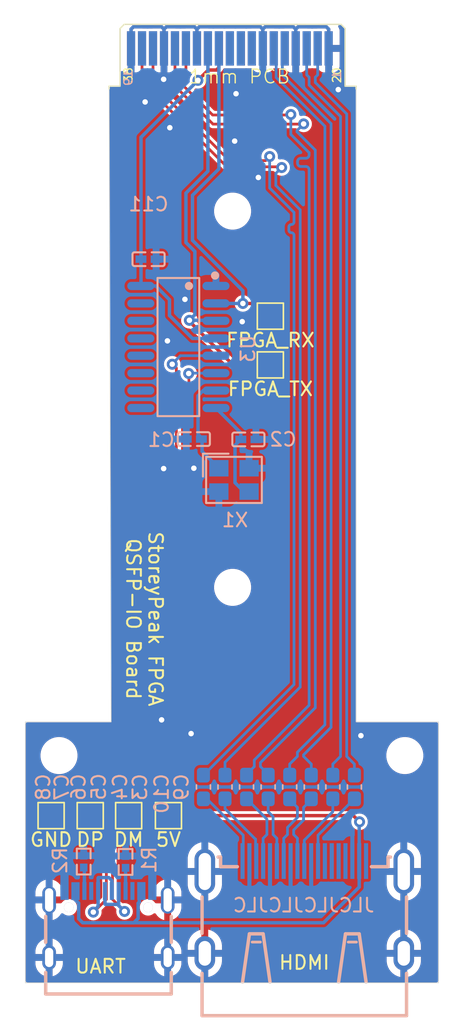
<source format=kicad_pcb>
(kicad_pcb (version 20240108) (generator "pcbnew") (generator_version "8.0")
  (layers (0 "F.Cu" signal) (31 "B.Cu" signal) (34 "B.Paste" user) (35 "F.Paste" user) (36 "B.SilkS" user "B.Silkscreen") (37 "F.SilkS" user "F.Silkscreen") (38 "B.Mask" user) (39 "F.Mask" user) (44 "Edge.Cuts" user))
  (net 0 "")
  (net 1 "GND")
  (net 2 "+5V")
  (net 3 "/HDMI_D0-")
  (net 4 "/HDMI_D0+")
  (net 5 "/HDMI_D1-")
  (net 6 "/HDMI_D1+")
  (net 7 "/HDMI_D2-")
  (net 8 "/HDMI_D2+")
  (net 9 "/HDMI_CLK-")
  (net 10 "/HDMI_CLK+")
  (net 11 "QSFP_D0-")
  (net 12 "QSFP_D0+")
  (net 13 "QSFP_D1-")
  (net 14 "QSFP_D1+")
  (net 15 "QSFP_D2+")
  (net 16 "QSFP_D2-")
  (net 17 "QSFP_CLK-")
  (net 18 "QSFP_CLK+")
  (net 21 "FPGA_RX")
  (net 27 "FPGA_TX")
  (net 41 "/USB_D+")
  (net 42 "+3V3")
  (net 43 "Net-(USB1-CC1)")
  (net 44 "Net-(USB1-CC2)")
  (net 54 "/USB_D-")
  (net 55 "Net-(U3-XI)")
  (net 56 "Net-(U3-XO)")
  (footprint "TestPoint:TestPoint_Pad_1.5x1.5mm" (layer "F.Cu") (at 164.75 88)
    (property "Reference" "TP4" (hide yes))
    (property "Value" "FPGA_TX")
  )
  (footprint "MountingHole:MountingHole_2.2mm_M2" (layer "F.Cu") (at 174.55 116.45)
    (property "Reference" "H3" (hide yes))
    (property "Value" "MountingHole" (hide yes))
  )
  (footprint "MountingHole:MountingHole_2.2mm_M2" (layer "F.Cu") (at 149.35 116.45)
    (property "Reference" "H4" (hide yes))
    (property "Value" "MountingHole" (hide yes))
  )
  (footprint "TestPoint:TestPoint_Pad_1.5x1.5mm" (layer "F.Cu") (at 164.75 84.45)
    (property "Reference" "TP3" (hide yes))
    (property "Value" "FPGA_RX")
  )
  (footprint "MountingHole:MountingHole_2.2mm_M2" (layer "F.Cu") (at 162 104.2)
    (property "Reference" "H1" (hide yes))
    (property "Value" "MountingHole" (hide yes))
  )
  (footprint "CarlosEDP_Lib:QSFP_PCB" (layer "F.Cu") (at 154.2 66.5)
    (property "Reference" "U1" (hide yes))
    (property "Value" "QSFP_PCB-QSFP" (hide yes))
  )
  (footprint "TestPoint:TestPoint_Pad_1.5x1.5mm" (layer "F.Cu") (at 154.425 120.825)
    (property "Reference" "TP6" (hide yes))
    (property "Value" "DM")
  )
  (footprint "TestPoint:TestPoint_Pad_1.5x1.5mm" (layer "F.Cu") (at 157.325 120.825)
    (property "Reference" "TP1" (hide yes))
    (property "Value" "5V")
  )
  (footprint "MountingHole:MountingHole_2.2mm_M2" (layer "F.Cu") (at 162 76.8)
    (property "Reference" "H2" (hide yes))
    (property "Value" "MountingHole" (hide yes))
  )
  (footprint "TestPoint:TestPoint_Pad_1.5x1.5mm" (layer "F.Cu") (at 148.775 120.825)
    (property "Reference" "TP2" (hide yes))
    (property "Value" "GND")
  )
  (footprint "TestPoint:TestPoint_Pad_1.5x1.5mm" (layer "F.Cu") (at 151.625 120.825)
    (property "Reference" "TP5" (hide yes))
    (property "Value" "DP")
  )
  (footprint "Capacitor_SMD:C_0603_1608Metric_Pad1.08x0.95mm_HandSolder" (layer "B.Cu") (at 166.160715 118.7375 -90)
    (property "Reference" "C4")
    (property "Value" "220n")
  )
  (footprint "Capacitor_SMD:C_0603_1608Metric_Pad1.08x0.95mm_HandSolder" (layer "B.Cu") (at 164.589287 118.7375 -90)
    (property "Reference" "C5")
    (property "Value" "220n")
  )
  (footprint "Capacitor_SMD:C_0603_1608Metric_Pad1.08x0.95mm_HandSolder" (layer "B.Cu") (at 170.875 118.7375 -90)
    (property "Reference" "C9")
    (property "Value" "220n")
  )
  (footprint "Capacitor_SMD:C_0603_1608Metric_Pad1.08x0.95mm_HandSolder" (layer "B.Cu") (at 169.303571 118.7375 -90)
    (property "Reference" "C10")
    (property "Value" "220n")
  )
  (footprint "Capacitor_SMD:C_0603_1608Metric_Pad1.08x0.95mm_HandSolder" (layer "B.Cu") (at 161.446431 118.7375 -90)
    (property "Reference" "C7")
    (property "Value" "220n")
  )
  (footprint "Capacitor_SMD:C_0603_1608Metric_Pad1.08x0.95mm_HandSolder" (layer "B.Cu") (at 159.875003 118.7375 -90)
    (property "Reference" "C8")
    (property "Value" "220n")
  )
  (footprint "Capacitor_SMD:C_0603_1608Metric_Pad1.08x0.95mm_HandSolder" (layer "B.Cu") (at 167.732143 118.7375 -90)
    (property "Reference" "C3")
    (property "Value" "220n")
  )
  (footprint "Capacitor_SMD:C_0603_1608Metric_Pad1.08x0.95mm_HandSolder" (layer "B.Cu") (at 163.017859 118.7375 -90)
    (property "Reference" "C6")
    (property "Value" "220n")
  )
  (footprint "easyeda2kicad:HDMI-SMD_HD-A-05H9192N" (layer "B.Cu") (at 167.225 127.4925 180)
    (property "Reference" "HDMI1" (hide yes))
    (property "Value" "HD-A-05H9191N")
  )
  (footprint "easyeda2kicad:C0402" (layer "B.Cu") (at 163.15 93.425 180)
    (property "Reference" "C2")
    (property "Value" "0402CG200J500NT")
  )
  (footprint "easyeda2kicad:R0402" (layer "B.Cu") (at 151.15 124.17 -90)
    (property "Reference" "R2")
    (property "Value" "0402WGF5101TCE")
  )
  (footprint "easyeda2kicad:C0402" (layer "B.Cu") (at 159.175 93.4)
    (property "Reference" "C1")
    (property "Value" "0402CG200J500NT")
  )
  (footprint "easyeda2kicad:C0402" (layer "B.Cu") (at 155.875 80.3 180)
    (property "Reference" "C11")
    (property "Value" "0402B102K500NT")
  )
  (footprint "easyeda2kicad:CRYSTAL-SMD_4P-L3.2-W2.5-BL" (layer "B.Cu") (at 162.1 96.375)
    (property "Reference" "X1")
    (property "Value" "X322512MSB4SI")
  )
  (footprint "easyeda2kicad:R0402" (layer "B.Cu") (at 154.2 124.195 -90)
    (property "Reference" "R1")
    (property "Value" "0402WGF5101TCE")
  )
  (footprint "easyeda2kicad:SOIC-16_L9.9-W3.9-P1.27-LS6.0-BL" (layer "B.Cu") (at 158.05 86.7 -90)
    (property "Reference" "U3")
    (property "Value" "CH340G")
  )
  (footprint "easyeda2kicad:USB-C-SMD_KH-TYPE-C-16P" (layer "B.Cu") (at 152.95 128.7325 180)
    (property "Reference" "USB1" (hide yes))
    (property "Value" "KH-TYPE-C-16P-T")
  )
  (gr_poly (pts (xy 153.15 114) (xy 153 67.7) (xy 153.8 67.7) (xy 153.8 63.5) (xy 154.1 63.2) (xy 169.9 63.2) (xy 170.2 63.5) (xy 170.225 67.7) (xy 171 67.7) (xy 171 114) (xy 177 114) (xy 177 133) (xy 146.9 133) (xy 146.9 114)) (stroke (width 0.05)) (fill none) (layer "Edge.Cuts"))
  (gr_text "JLCJLCJLCJLC" (at 167.175 127.35 0) (layer "B.SilkS") (effects (font (size 1 1)) (justify mirror)))
  (gr_text "StoreyPeak FPGA\nQSFP-IO Board" (at 155.575 106.5 -90) (layer "F.SilkS") (effects (font (size 1 1))))
  (gr_text "HDMI" (at 167.225 131.525 0) (layer "F.SilkS") (effects (font (size 1 1))))
  (gr_text "UART" (at 152.375 131.8 0) (layer "F.SilkS") (effects (font (size 1 1))))
  (gr_text "1mm PCB" (at 162.5 67 0) (layer "F.SilkS") (effects (font (size 1 1) (thickness 0.1))))
  (segment (start 168.825 63.375) (end 166.775 63.375) (width 0.25) (layer "F.Cu") (net 1))
  (segment (start 169 63.55) (end 168.825 63.375) (width 0.25) (layer "F.Cu") (net 1))
  (segment (start 159.575 63.375) (end 159.4 63.55) (width 0.25) (layer "F.Cu") (net 1))
  (segment (start 164.375 63.375) (end 164.2 63.55) (width 0.25) (layer "F.Cu") (net 1))
  (segment (start 164.2 63.55) (end 164.025 63.375) (width 0.25) (layer "F.Cu") (net 1))
  (segment (start 157.175 63.375) (end 157 63.55) (width 0.25) (layer "F.Cu") (net 1))
  (segment (start 159.4 63.55) (end 159.225 63.375) (width 0.25) (layer "F.Cu") (net 1))
  (segment (start 159.225 63.375) (end 157.175 63.375) (width 0.25) (layer "F.Cu") (net 1))
  (segment (start 157 64.9) (end 157 63.55) (width 0.25) (layer "F.Cu") (net 1))
  (segment (start 169 64.9) (end 169 63.55) (width 0.25) (layer "F.Cu") (net 1))
  (segment (start 166.775 63.375) (end 166.6 63.55) (width 0.25) (layer "F.Cu") (net 1))
  (segment (start 154.775 63.375) (end 154.6 63.55) (width 0.25) (layer "F.Cu") (net 1))
  (segment (start 166.6 63.55) (end 166.425 63.375) (width 0.25) (layer "F.Cu") (net 1))
  (segment (start 157 63.55) (end 156.825 63.375) (width 0.25) (layer "F.Cu") (net 1))
  (segment (start 156.825 63.375) (end 154.775 63.375) (width 0.25) (layer "F.Cu") (net 1))
  (segment (start 159.4 64.9) (end 159.4 63.55) (width 0.25) (layer "F.Cu") (net 1))
  (segment (start 166.425 63.375) (end 164.375 63.375) (width 0.25) (layer "F.Cu") (net 1))
  (segment (start 154.6 63.55) (end 154.6 64.9) (width 0.25) (layer "F.Cu") (net 1))
  (segment (start 164.2 64.9) (end 164.2 63.55) (width 0.25) (layer "F.Cu") (net 1))
  (segment (start 164.025 63.375) (end 159.575 63.375) (width 0.25) (layer "F.Cu") (net 1))
  (segment (start 166.6 64.9) (end 166.6 63.55) (width 0.25) (layer "F.Cu") (net 1))
  (via (at 158.975 114.85) (size 0.8) (drill 0.4) (layers "F.Cu" "B.Cu") (net 1))
  (via (at 157.25 86.25) (size 0.8) (drill 0.4) (layers "F.Cu" "B.Cu") (net 1))
  (via (at 159.175 95.525) (size 0.8) (drill 0.4) (layers "F.Cu" "B.Cu") (net 1))
  (via (at 162.7 84.85) (size 0.8) (drill 0.4) (layers "F.Cu" "B.Cu") (net 1))
  (via (at 171.35 115) (size 0.8) (drill 0.4) (layers "F.Cu" "B.Cu") (net 1))
  (via (at 157.425 70.725) (size 0.8) (drill 0.4) (layers "F.Cu" "B.Cu") (net 1))
  (via (at 162.25 68.25) (size 0.8) (drill 0.4) (layers "F.Cu" "B.Cu") (net 1))
  (via (at 155.625 68.85) (size 0.8) (drill 0.4) (layers "F.Cu" "B.Cu") (net 1))
  (via (at 163.875 74.35) (size 0.8) (drill 0.4) (layers "F.Cu" "B.Cu") (net 1))
  (via (at 162.15 71.7) (size 0.8) (drill 0.4) (layers "F.Cu" "B.Cu") (net 1))
  (via (at 169.7 67.95) (size 0.8) (drill 0.4) (layers "F.Cu" "B.Cu") (net 1))
  (via (at 158.525 83.225) (size 0.8) (drill 0.4) (layers "F.Cu" "B.Cu") (net 1))
  (via (at 156.975 95.55) (size 0.8) (drill 0.4) (layers "F.Cu" "B.Cu") (net 1))
  (via (at 156.975 67.2) (size 0.8) (drill 0.4) (layers "F.Cu" "B.Cu") (net 1))
  (via (at 156.825 113.85) (size 0.8) (drill 0.4) (layers "F.Cu" "B.Cu") (net 1))
  (segment (start 166.6 63.55) (end 166.775 63.375) (width 0.25) (layer "B.Cu") (net 1))
  (segment (start 157.175 63.375) (end 157 63.55) (width 0.25) (layer "B.Cu") (net 1))
  (segment (start 159.225 63.375) (end 157.175 63.375) (width 0.25) (layer "B.Cu") (net 1))
  (segment (start 164.025 63.375) (end 159.575 63.375) (width 0.25) (layer "B.Cu") (net 1))
  (segment (start 157 65) (end 157 63.55) (width 0.25) (layer "B.Cu") (net 1))
  (segment (start 154.775 63.375) (end 154.6 63.55) (width 0.25) (layer "B.Cu") (net 1))
  (segment (start 166.775 63.375) (end 168.825 63.375) (width 0.25) (layer "B.Cu") (net 1))
  (segment (start 164.2 65) (end 164.025 64.825) (width 0.25) (layer "B.Cu") (net 1))
  (segment (start 168.825 63.375) (end 169 63.55) (width 0.25) (layer "B.Cu") (net 1))
  (segment (start 164.2 63.55) (end 164.025 63.375) (width 0.25) (layer "B.Cu") (net 1))
  (segment (start 156.825 63.375) (end 154.775 63.375) (width 0.25) (layer "B.Cu") (net 1))
  (segment (start 154.6 66.35) (end 154.6 65) (width 0.25) (layer "B.Cu") (net 1))
  (segment (start 164.2 65) (end 164.2 63.55) (width 0.25) (layer "B.Cu") (net 1))
  (segment (start 159.575 63.375) (end 159.4 63.55) (width 0.25) (layer "B.Cu") (net 1))
  (segment (start 157 63.55) (end 156.825 63.375) (width 0.25) (layer "B.Cu") (net 1))
  (segment (start 166.6 65) (end 166.6 63.55) (width 0.25) (layer "B.Cu") (net 1))
  (segment (start 159.4 63.55) (end 159.225 63.375) (width 0.25) (layer "B.Cu") (net 1))
  (segment (start 159.4 65) (end 159.4 63.55) (width 0.25) (layer "B.Cu") (net 1))
  (segment (start 169 63.55) (end 169 65) (width 0.25) (layer "B.Cu") (net 1))
  (segment (start 164.375 63.375) (end 164.2 63.55) (width 0.25) (layer "B.Cu") (net 1))
  (segment (start 166.425 63.375) (end 164.375 63.375) (width 0.25) (layer "B.Cu") (net 1))
  (segment (start 166.6 63.55) (end 166.425 63.375) (width 0.25) (layer "B.Cu") (net 1))
  (segment (start 154.6 63.55) (end 154.6 65) (width 0.25) (layer "B.Cu") (net 1))
  (segment (start 171.25 121.25) (end 171.25 121.275) (width 0.25) (layer "F.Cu") (net 2))
  (segment (start 171.25 121.275) (end 171.25 121.3) (width 0.25) (layer "F.Cu") (net 2))
  (segment (start 170.8 120.825) (end 157.325 120.825) (width 0.25) (layer "F.Cu") (net 2))
  (segment (start 171.25 121.3) (end 171.3 121.3) (width 0.25) (layer "F.Cu") (net 2))
  (segment (start 171.3 121.3) (end 171.25 121.25) (width 0.25) (layer "F.Cu") (net 2))
  (segment (start 171.25 121.275) (end 170.8 120.825) (width 0.25) (layer "F.Cu") (net 2))
  (via (at 171.25 121.275) (size 0.8) (drill 0.4) (layers "F.Cu" "B.Cu") (net 2))
  (segment (start 171.25 121.3) (end 171.225 121.325) (width 0.25) (layer "B.Cu") (net 2))
  (segment (start 155.115 127.202195) (end 155.2 127.117195) (width 0.25) (layer "B.Cu") (net 2))
  (segment (start 154.8 128.625) (end 155.115 128.31) (width 0.25) (layer "B.Cu") (net 2))
  (segment (start 154.1 128.625) (end 154.8 128.625) (width 0.25) (layer "B.Cu") (net 2))
  (segment (start 168.625 128.625) (end 171.225 126.025) (width 0.25) (layer "B.Cu") (net 2))
  (segment (start 171.225 121.325) (end 171.225 124.1325) (width 0.25) (layer "B.Cu") (net 2))
  (segment (start 150.4 126.817195) (end 150.785 127.202195) (width 0.25) (layer "B.Cu") (net 2))
  (segment (start 150.785 127.202195) (end 150.785 128.335) (width 0.25) (layer "B.Cu") (net 2))
  (segment (start 155.115 128.31) (end 155.115 127.202195) (width 0.25) (layer "B.Cu") (net 2))
  (segment (start 151.075 128.625) (end 154.1 128.625) (width 0.25) (layer "B.Cu") (net 2))
  (segment (start 150.4 126.3225) (end 150.4 126.817195) (width 0.25) (layer "B.Cu") (net 2))
  (segment (start 171.225 126.025) (end 171.225 124.425) (width 0.25) (layer "B.Cu") (net 2))
  (segment (start 154.1 128.625) (end 168.625 128.625) (width 0.25) (layer "B.Cu") (net 2))
  (segment (start 150.785 128.335) (end 151.075 128.625) (width 0.25) (layer "B.Cu") (net 2))
  (segment (start 155.2 127.117195) (end 155.2 126.3125) (width 0.25) (layer "B.Cu") (net 2))
  (segment (start 167.732143 119.6625) (end 167.171429 120.223214) (width 0.2) (layer "B.Cu") (net 3))
  (segment (start 167.171429 120.223214) (end 167.171429 121.146771) (width 0.2) (layer "B.Cu") (net 3))
  (segment (start 167.732143 119.6) (end 167.732143 119.6625) (width 0.2) (layer "B.Cu") (net 3))
  (segment (start 167.171429 121.146771) (end 166.45 121.8682) (width 0.2) (layer "B.Cu") (net 3))
  (segment (start 166.45 122.199999) (end 166.725 122.474999) (width 0.2) (layer "B.Cu") (net 3))
  (segment (start 166.45 121.8682) (end 166.45 122.199999) (width 0.2) (layer "B.Cu") (net 3))
  (segment (start 166.725 122.474999) (end 166.725 124.425) (width 0.2) (layer "B.Cu") (net 3))
  (segment (start 166.675 124.375) (end 166.725 124.425) (width 0.2) (layer "B.Cu") (net 3))
  (segment (start 166.721429 120.223214) (end 166.721429 120.960371) (width 0.2) (layer "B.Cu") (net 4))
  (segment (start 166 122.199999) (end 165.725 122.474999) (width 0.2) (layer "B.Cu") (net 4))
  (segment (start 166 121.6818) (end 166 122.199999) (width 0.2) (layer "B.Cu") (net 4))
  (segment (start 166.160715 119.6) (end 166.160715 119.6625) (width 0.2) (layer "B.Cu") (net 4))
  (segment (start 166.160715 119.6625) (end 166.721429 120.223214) (width 0.2) (layer "B.Cu") (net 4))
  (segment (start 165.725 122.474999) (end 165.725 124.425) (width 0.2) (layer "B.Cu") (net 4))
  (segment (start 165.725 124.061397) (end 165.725 124.425) (width 0.2) (layer "B.Cu") (net 4))
  (segment (start 166.721429 120.960371) (end 166 121.6818) (width 0.2) (layer "B.Cu") (net 4))
  (segment (start 165.175 124.375) (end 165.225 124.425) (width 0.2) (layer "B.Cu") (net 5))
  (segment (start 164.95 122.199999) (end 164.95 120.895744) (width 0.2) (layer "B.Cu") (net 5))
  (segment (start 164.95 120.895744) (end 164.589287 120.535031) (width 0.2) (layer "B.Cu") (net 5))
  (segment (start 165.225 122.474999) (end 164.95 122.199999) (width 0.2) (layer "B.Cu") (net 5))
  (segment (start 165.225 124.425) (end 165.225 122.474999) (width 0.2) (layer "B.Cu") (net 5))
  (segment (start 164.589287 120.535031) (end 164.589287 119.6) (width 0.2) (layer "B.Cu") (net 5))
  (segment (start 164.5 121.082141) (end 163.017859 119.6) (width 0.2) (layer "B.Cu") (net 6))
  (segment (start 164.225 122.474999) (end 164.5 122.199999) (width 0.2) (layer "B.Cu") (net 6))
  (segment (start 164.5 122.199999) (end 164.5 121.082141) (width 0.2) (layer "B.Cu") (net 6))
  (segment (start 164.225 124.425) (end 164.225 122.474999) (width 0.2) (layer "B.Cu") (net 6))
  (segment (start 163.675 124.0825) (end 163.725 124.1325) (width 0.2) (layer "B.Cu") (net 7))
  (segment (start 161.446431 119.6) (end 161.446431 120.321431) (width 0.2) (layer "B.Cu") (net 7))
  (segment (start 161.446431 120.321431) (end 163.6575 122.5325) (width 0.2) (layer "B.Cu") (net 7))
  (segment (start 163.675 122.5325) (end 163.675 124.0825) (width 0.2) (layer "B.Cu") (net 7))
  (segment (start 163.6575 122.5325) (end 163.675 122.5325) (width 0.2) (layer "B.Cu") (net 7))
  (segment (start 162.725 124.425) (end 162.725 123.275) (width 0.2) (layer "B.Cu") (net 8))
  (segment (start 162.775 122.25) (end 162.775 124.0825) (width 0.2) (layer "B.Cu") (net 8))
  (segment (start 159.875003 119.6) (end 160.125 119.6) (width 0.2) (layer "B.Cu") (net 8))
  (segment (start 162.775 124.0825) (end 162.725 124.1325) (width 0.2) (layer "B.Cu") (net 8))
  (segment (start 160.125 119.6) (end 162.775 122.25) (width 0.2) (layer "B.Cu") (net 8))
  (segment (start 170.875 119.6) (end 168.225 122.25) (width 0.2) (layer "B.Cu") (net 9))
  (segment (start 168.225 122.25) (end 168.225 124.1325) (width 0.2) (layer "B.Cu") (net 9))
  (segment (start 169.303571 119.6) (end 169.303571 120.535032) (width 0.2) (layer "B.Cu") (net 10))
  (segment (start 169.303571 120.535032) (end 167.225 122.613603) (width 0.2) (layer "B.Cu") (net 10))
  (segment (start 167.225 122.613603) (end 167.225 124.1325) (width 0.2) (layer "B.Cu") (net 10))
  (segment (start 165.625 66.125) (end 165.8 65.95) (width 0.2) (layer "B.Cu") (net 11))
  (segment (start 169.175 114.3932) (end 169.175 70.4318) (width 0.2) (layer "B.Cu") (net 11))
  (segment (start 165.8 65.95) (end 165.8 65) (width 0.2) (layer "B.Cu") (net 11))
  (segment (start 167.732143 117.068749) (end 167.171429 116.508035) (width 0.2) (layer "B.Cu") (net 11))
  (segment (start 167.732143 117.8125) (end 167.732143 117.875) (width 0.2) (layer "B.Cu") (net 11))
  (segment (start 165.625 66.8818) (end 165.625 66.125) (width 0.2) (layer "B.Cu") (net 11))
  (segment (start 167.171429 116.396771) (end 169.175 114.3932) (width 0.2) (layer "B.Cu") (net 11))
  (segment (start 169.175 70.4318) (end 165.625 66.8818) (width 0.2) (layer "B.Cu") (net 11))
  (segment (start 167.732143 117.875) (end 167.732143 117.068749) (width 0.2) (layer "B.Cu") (net 11))
  (segment (start 167.171429 116.508035) (end 167.171429 116.396771) (width 0.2) (layer "B.Cu") (net 11))
  (segment (start 165 65) (end 165 65.95) (width 0.2) (layer "B.Cu") (net 12))
  (segment (start 166.160715 117.068749) (end 166.160715 117.875) (width 0.2) (layer "B.Cu") (net 12))
  (segment (start 168.725 70.6182) (end 168.725 114.2068) (width 0.2) (layer "B.Cu") (net 12))
  (segment (start 166.721429 116.210371) (end 166.721429 116.508035) (width 0.2) (layer "B.Cu") (net 12))
  (segment (start 165.175 66.125) (end 165.175 67.0682) (width 0.2) (layer "B.Cu") (net 12))
  (segment (start 166.721429 116.508035) (end 166.160715 117.068749) (width 0.2) (layer "B.Cu") (net 12))
  (segment (start 168.725 114.2068) (end 166.721429 116.210371) (width 0.2) (layer "B.Cu") (net 12))
  (segment (start 166.508709 68.401909) (end 168.725 70.6182) (width 0.2) (layer "B.Cu") (net 12))
  (segment (start 166.506254 68.399454) (end 166.508709 68.401909) (width 0.2) (layer "B.Cu") (net 12))
  (segment (start 165 65.95) (end 165.175 66.125) (width 0.2) (layer "B.Cu") (net 12))
  (segment (start 165.175 67.0682) (end 166.506254 68.399454) (width 0.2) (layer "B.Cu") (net 12))
  (segment (start 166.8507 70.463998) (end 162.927588 70.463998) (width 0.2) (layer "F.Cu") (net 13))
  (segment (start 167.175 70.45) (end 166.864698 70.45) (width 0.2) (layer "F.Cu") (net 13))
  (segment (start 160.570798 70.463998) (end 157.8 67.6932) (width 0.2) (layer "F.Cu") (net 13))
  (segment (start 166.864698 70.45) (end 166.8507 70.463998) (width 0.2) (layer "F.Cu") (net 13))
  (segment (start 162.927588 70.463998) (end 162.922677 70.463998) (width 0.2) (layer "F.Cu") (net 13))
  (segment (start 157.8 67.6932) (end 157.8 64.9) (width 0.2) (layer "F.Cu") (net 13))
  (segment (start 162.922677 70.463998) (end 160.570798 70.463998) (width 0.2) (layer "F.Cu") (net 13))
  (via (at 167.175 70.45) (size 0.8) (drill 0.4) (layers "F.Cu" "B.Cu") (net 13))
  (segment (start 164.589287 117.8125) (end 164.028573 117.251786) (width 0.2) (layer "B.Cu") (net 13))
  (segment (start 164.028573 116.964627) (end 168.025 112.9682) (width 0.2) (layer "B.Cu") (net 13))
  (segment (start 168.025 72.3568) (end 166.6932 71.025) (width 0.2) (layer "B.Cu") (net 13))
  (segment (start 166.6932 70.9318) (end 167.175 70.45) (width 0.2) (layer "B.Cu") (net 13))
  (segment (start 168.025 112.9682) (end 168.025 112.072279) (width 0.2) (layer "B.Cu") (net 13))
  (segment (start 168.025 112.072279) (end 168.025 112.064913) (width 0.2) (layer "B.Cu") (net 13))
  (segment (start 166.6932 71.025) (end 166.6932 70.9318) (width 0.2) (layer "B.Cu") (net 13))
  (segment (start 168.025 112.064913) (end 168.025 72.3568) (width 0.2) (layer "B.Cu") (net 13))
  (segment (start 164.028573 117.251786) (end 164.028573 116.964627) (width 0.2) (layer "B.Cu") (net 13))
  (segment (start 164.589287 117.875) (end 164.589287 117.8125) (width 0.2) (layer "B.Cu") (net 13))
  (segment (start 160.968529 69.8) (end 160.5432 69.8) (width 0.2) (layer "F.Cu") (net 14))
  (segment (start 164.603768 69.8) (end 164.228089 69.8) (width 0.2) (layer "F.Cu") (net 14))
  (segment (start 158.6 66.775001) (end 158.6 64.9) (width 0.2) (layer "F.Cu") (net 14))
  (segment (start 160.376423 69.633223) (end 158.425 67.6818) (width 0.2) (layer "F.Cu") (net 14))
  (segment (start 164.228089 69.8) (end 162.94232 69.8) (width 0.2) (layer "F.Cu") (net 14))
  (segment (start 166.243199 69.763998) (end 166.207197 69.8) (width 0.2) (layer "F.Cu") (net 14))
  (segment (start 160.968529 69.8) (end 162.460192 69.8) (width 0.2) (layer "F.Cu") (net 14))
  (segment (start 166.207197 69.8) (end 164.603768 69.8) (width 0.2) (layer "F.Cu") (net 14))
  (segment (start 158.425 67.6818) (end 158.425 66.950001) (width 0.2) (layer "F.Cu") (net 14))
  (segment (start 162.460192 69.8) (end 162.937409 69.8) (width 0.2) (layer "F.Cu") (net 14))
  (segment (start 160.5432 69.8) (end 160.376423 69.633223) (width 0.2) (layer "F.Cu") (net 14))
  (segment (start 162.94232 69.8) (end 162.937409 69.8) (width 0.2) (layer "F.Cu") (net 14))
  (segment (start 158.425 66.950001) (end 158.6 66.775001) (width 0.2) (layer "F.Cu") (net 14))
  (via (at 166.243199 69.763998) (size 0.8) (drill 0.4) (layers "F.Cu" "B.Cu") (net 14))
  (segment (start 167.575 112.7818) (end 163.578573 116.778227) (width 0.2) (layer "B.Cu") (net 14))
  (segment (start 166.733741 73.189504) (end 166.733741 73.309504) (width 0.2) (layer "B.Cu") (net 14))
  (segment (start 163.017859 117.8125) (end 163.017859 117.875) (width 0.2) (layer "B.Cu") (net 14))
  (segment (start 167.575 73.909504) (end 167.575 93.593608) (width 0.2) (layer "B.Cu") (net 14))
  (segment (start 163.578573 117.251786) (end 163.017859 117.8125) (width 0.2) (layer "B.Cu") (net 14))
  (segment (start 167.335 72.949504) (end 166.973741 72.949504) (width 0.2) (layer "B.Cu") (net 14))
  (segment (start 167.575 73.789504) (end 167.575 73.909504) (width 0.2) (layer "B.Cu") (net 14))
  (segment (start 166.243199 69.763998) (end 166.243199 71.211399) (width 0.2) (layer "B.Cu") (net 14))
  (segment (start 167.575 93.593608) (end 167.575 112.7818) (width 0.2) (layer "B.Cu") (net 14))
  (segment (start 167.575 72.5432) (end 167.575 72.709504) (width 0.2) (layer "B.Cu") (net 14))
  (segment (start 166.973741 73.549504) (end 167.335 73.549504) (width 0.2) (layer "B.Cu") (net 14))
  (segment (start 166.243199 71.211399) (end 166.741578 71.709778) (width 0.2) (layer "B.Cu") (net 14))
  (segment (start 163.578573 116.778227) (end 163.578573 117.251786) (width 0.2) (layer "B.Cu") (net 14))
  (segment (start 166.741578 71.709778) (end 167.089633 72.057833) (width 0.2) (layer "B.Cu") (net 14))
  (segment (start 167.089633 72.057833) (end 167.575 72.5432) (width 0.2) (layer "B.Cu") (net 14))
  (arc (start 167.575 72.709504) (mid 167.504706 72.87921) (end 167.335 72.949504) (width 0.2) (layer "B.Cu") (net 14))
  (arc (start 166.733741 73.309504) (mid 166.804035 73.47921) (end 166.973741 73.549504) (width 0.2) (layer "B.Cu") (net 14))
  (arc (start 167.335 73.549504) (mid 167.504706 73.619798) (end 167.575 73.789504) (width 0.2) (layer "B.Cu") (net 14))
  (arc (start 166.973741 72.949504) (mid 166.804035 73.019798) (end 166.733741 73.189504) (width 0.2) (layer "B.Cu") (net 14))
  (segment (start 156.025 67.3818) (end 161.767198 73.123998) (width 0.2) (layer "F.Cu") (net 15))
  (segment (start 161.767198 73.123998) (end 164.401002 73.123998) (width 0.2) (layer "F.Cu") (net 15))
  (segment (start 156.2 66.775001) (end 156.025 66.950001) (width 0.2) (layer "F.Cu") (net 15))
  (segment (start 156.2 64.9) (end 156.2 66.775001) (width 0.2) (layer "F.Cu") (net 15))
  (segment (start 156.025 66.950001) (end 156.025 67.3818) (width 0.2) (layer "F.Cu") (net 15))
  (segment (start 164.401002 73.123998) (end 164.7 72.825) (width 0.2) (layer "F.Cu") (net 15))
  (via (at 164.7 72.825) (size 0.8) (drill 0.4) (layers "F.Cu" "B.Cu") (net 15))
  (segment (start 166.475 111.275003) (end 159.875003 117.875) (width 0.2) (layer "B.Cu") (net 15))
  (segment (start 164.7 72.825) (end 164.7 73.95) (width 0.2) (layer "B.Cu") (net 15))
  (segment (start 166.475 81.55) (end 166.475 111.275003) (width 0.2) (layer "B.Cu") (net 15))
  (segment (start 166.475 76.8932) (end 166.475 77.585105) (width 0.2) (layer "B.Cu") (net 15))
  (segment (start 166.098854 77.961251) (end 166.098854 78.185105) (width 0.2) (layer "B.Cu") (net 15))
  (segment (start 165.60867 76.02687) (end 166.475 76.8932) (width 0.2) (layer "B.Cu") (net 15))
  (segment (start 164.785492 75.203692) (end 165.603145 76.021345) (width 0.2) (layer "B.Cu") (net 15))
  (segment (start 164.7 73.95) (end 164.7 75.1182) (width 0.2) (layer "B.Cu") (net 15))
  (segment (start 166.475 78.561251) (end 166.475 78.785105) (width 0.2) (layer "B.Cu") (net 15))
  (segment (start 166.475 78.785105) (end 166.475 81.55) (width 0.2) (layer "B.Cu") (net 15))
  (segment (start 165.603145 76.021345) (end 165.60867 76.02687) (width 0.2) (layer "B.Cu") (net 15))
  (segment (start 164.7 75.1182) (end 164.785492 75.203692) (width 0.2) (layer "B.Cu") (net 15))
  (arc (start 166.098854 78.185105) (mid 166.153939 78.318093) (end 166.286927 78.373178) (width 0.2) (layer "B.Cu") (net 15))
  (arc (start 166.286927 77.773178) (mid 166.153939 77.828263) (end 166.098854 77.961251) (width 0.2) (layer "B.Cu") (net 15))
  (arc (start 166.286927 78.373178) (mid 166.419915 78.428263) (end 166.475 78.561251) (width 0.2) (layer "B.Cu") (net 15))
  (arc (start 166.475 77.585105) (mid 166.419915 77.718093) (end 166.286927 77.773178) (width 0.2) (layer "B.Cu") (net 15))
  (segment (start 165.523999 73.573999) (end 161.580799 73.573999) (width 0.2) (layer "F.Cu") (net 16))
  (segment (start 161.580799 73.573999) (end 155.575 67.5682) (width 0.2) (layer "F.Cu") (net 16))
  (segment (start 155.4 66.775001) (end 155.4 64.9) (width 0.2) (layer "F.Cu") (net 16))
  (segment (start 165.575 73.625) (end 165.523999 73.573999) (width 0.2) (layer "F.Cu") (net 16))
  (segment (start 155.575 66.950001) (end 155.4 66.775001) (width 0.2) (layer "F.Cu") (net 16))
  (segment (start 155.575 67.5682) (end 155.575 66.950001) (width 0.2) (layer "F.Cu") (net 16))
  (via (at 165.575 73.625) (size 0.8) (drill 0.4) (layers "F.Cu" "B.Cu") (net 16))
  (segment (start 161.446431 116.939969) (end 166.925 111.4614) (width 0.2) (layer "B.Cu") (net 16))
  (segment (start 161.446431 117.875) (end 161.446431 116.939969) (width 0.2) (layer "B.Cu") (net 16))
  (segment (start 165.150001 74.049999) (end 165.150001 74.931801) (width 0.2) (layer "B.Cu") (net 16))
  (segment (start 165.575 73.625) (end 165.150001 74.049999) (width 0.2) (layer "B.Cu") (net 16))
  (segment (start 166.925 76.7068) (end 165.921345 75.703145) (width 0.2) (layer "B.Cu") (net 16))
  (segment (start 165.921345 75.703145) (end 165.91582 75.69762) (width 0.2) (layer "B.Cu") (net 16))
  (segment (start 165.667209 75.449009) (end 165.755605 75.537405) (width 0.2) (layer "B.Cu") (net 16))
  (segment (start 165.755605 75.537405) (end 165.91582 75.69762) (width 0.2) (layer "B.Cu") (net 16))
  (segment (start 166.925 111.4614) (end 166.925 76.7068) (width 0.2) (layer "B.Cu") (net 16))
  (segment (start 165.150001 74.931801) (end 165.667209 75.449009) (width 0.2) (layer "B.Cu") (net 16))
  (segment (start 168.2 65) (end 168.2 66.875001) (width 0.2) (layer "B.Cu") (net 17))
  (segment (start 168.2 66.875001) (end 168.025 67.050001) (width 0.2) (layer "B.Cu") (net 17))
  (segment (start 168.025 67.050001) (end 168.025 67.4318) (width 0.2) (layer "B.Cu") (net 17))
  (segment (start 170.875 117.068749) (end 170.875 117.875) (width 0.2) (layer "B.Cu") (net 17))
  (segment (start 170.314285 69.721085) (end 170.314285 116.508034) (width 0.2) (layer "B.Cu") (net 17))
  (segment (start 170.314285 116.508034) (end 170.875 117.068749) (width 0.2) (layer "B.Cu") (net 17))
  (segment (start 168.025 67.4318) (end 170.314285 69.721085) (width 0.2) (layer "B.Cu") (net 17))
  (segment (start 167.937069 67.980269) (end 169.864286 69.907486) (width 0.2) (layer "B.Cu") (net 18))
  (segment (start 167.4 65) (end 167.4 66.875001) (width 0.2) (layer "B.Cu") (net 18))
  (segment (start 167.575 67.050001) (end 167.575 67.6182) (width 0.2) (layer "B.Cu") (net 18))
  (segment (start 167.723449 67.766649) (end 167.937069 67.980269) (width 0.2) (layer "B.Cu") (net 18))
  (segment (start 169.864286 116.508034) (end 169.303571 117.068749) (width 0.2) (layer "B.Cu") (net 18))
  (segment (start 167.4 66.875001) (end 167.575 67.050001) (width 0.2) (layer "B.Cu") (net 18))
  (segment (start 169.864286 69.907486) (end 169.864286 116.508034) (width 0.2) (layer "B.Cu") (net 18))
  (segment (start 167.575 67.6182) (end 167.723449 67.766649) (width 0.2) (layer "B.Cu") (net 18))
  (segment (start 169.303571 117.068749) (end 169.303571 117.875) (width 0.2) (layer "B.Cu") (net 18))
  (segment (start 162.75 83.5) (end 162.75 83.525) (width 0.25) (layer "F.Cu") (net 21))
  (segment (start 162.775 83.525) (end 162.75 83.5) (width 0.25) (layer "F.Cu") (net 21))
  (segment (start 162.75 83.525) (end 162.775 83.525) (width 0.25) (layer "F.Cu") (net 21))
  (segment (start 163.825 83.525) (end 164.75 84.45) (width 0.25) (layer "F.Cu") (net 21))
  (segment (start 162.75 83.525) (end 163.825 83.525) (width 0.25) (layer "F.Cu") (net 21))
  (via (at 162.75 83.525) (size 0.8) (drill 0.4) (layers "F.Cu" "B.Cu") (net 21))
  (segment (start 159.075 78.925) (end 162.75 82.6) (width 0.25) (layer "B.Cu") (net 21))
  (segment (start 159.075 75.65) (end 159.075 78.925) (width 0.25) (layer "B.Cu") (net 21))
  (segment (start 161 73.725) (end 159.075 75.65) (width 0.25) (layer "B.Cu") (net 21))
  (segment (start 161 65) (end 161 73.725) (width 0.25) (layer "B.Cu") (net 21))
  (segment (start 162.75 83.525) (end 160.795 83.525) (width 0.25) (layer "B.Cu") (net 21))
  (segment (start 162.75 82.6) (end 162.75 83.525) (width 0.25) (layer "B.Cu") (net 21))
  (segment (start 160.795 83.525) (end 160.79 83.52) (width 0.25) (layer "B.Cu") (net 21))
  (segment (start 158.775 84.75) (end 162.025 88) (width 0.25) (layer "F.Cu") (net 27))
  (segment (start 158.775 84.675) (end 158.775 84.75) (width 0.25) (layer "F.Cu") (net 27))
  (segment (start 158.7 84.75) (end 158.7 84.75) (width 0.25) (layer "F.Cu") (net 27))
  (segment (start 162.025 88) (end 164.75 88) (width 0.25) (layer "F.Cu") (net 27))
  (segment (start 158.775 84.75) (end 158.7 84.75) (width 0.25) (layer "F.Cu") (net 27))
  (via (at 158.85 84.75) (size 0.8) (drill 0.4) (layers "F.Cu" "B.Cu") (net 27))
  (segment (start 160.75 84.75) (end 160.79 84.79) (width 0.25) (layer "B.Cu") (net 27))
  (segment (start 158.6 75.488604) (end 160.2 73.888604) (width 0.25) (layer "B.Cu") (net 27))
  (segment (start 159.25 79.736396) (end 158.6 79.086396) (width 0.25) (layer "B.Cu") (net 27))
  (segment (start 158.6 79.086396) (end 158.6 75.488604) (width 0.25) (layer "B.Cu") (net 27))
  (segment (start 158.85 84.75) (end 160.75 84.75) (width 0.25) (layer "B.Cu") (net 27))
  (segment (start 158.775 84.75) (end 158.85 84.75) (width 0.25) (layer "B.Cu") (net 27))
  (segment (start 160.2 73.888604) (end 160.2 65) (width 0.25) (layer "B.Cu") (net 27))
  (segment (start 158.85 84.75) (end 159.25 84.35) (width 0.25) (layer "B.Cu") (net 27))
  (segment (start 159.25 84.35) (end 159.25 79.736396) (width 0.25) (layer "B.Cu") (net 27))
  (segment (start 157.9 114.1568) (end 157.9 88.225) (width 0.2) (layer "F.Cu") (net 41))
  (segment (start 157.9 88.225) (end 157.625 87.95) (width 0.2) (layer "F.Cu") (net 41))
  (segment (start 152.799999 120.825) (end 152.799999 119.256801) (width 0.2) (layer "F.Cu") (net 41))
  (segment (start 152.799999 119.256801) (end 157.9 114.1568) (width 0.2) (layer "F.Cu") (net 41))
  (segment (start 152.799999 126.925001) (end 152.799999 120.825) (width 0.2) (layer "F.Cu") (net 41))
  (segment (start 151.85 127.875) (end 152.799999 126.925001) (width 0.2) (layer "F.Cu") (net 41))
  (segment (start 157.6 87.95) (end 157.6 87.925) (width 0.2) (layer "F.Cu") (net 41))
  (segment (start 151.625 120.825) (end 152.799999 120.825) (width 0.2) (layer "F.Cu") (net 41))
  (segment (start 157.6 87.925) (end 157.6 87.925) (width 0.2) (layer "F.Cu") (net 41))
  (segment (start 157.625 87.95) (end 157.6 87.95) (width 0.2) (layer "F.Cu") (net 41))
  (via (at 151.85 127.85) (size 0.8) (drill 0.4) (layers "F.Cu" "B.Cu") (net 41))
  (via (at 157.6 87.95) (size 0.8) (drill 0.4) (layers "F.Cu" "B.Cu") (net 41))
  (segment (start 151.85 127.85) (end 151.9 127.725) (width 0.25) (layer "B.Cu") (net 41))
  (segment (start 152.2 126.3125) (end 152.2 127.425) (width 0.25) (layer "B.Cu") (net 41))
  (segment (start 152.2 127.425) (end 151.85 127.875) (width 0.25) (layer "B.Cu") (net 41))
  (segment (start 158.195 87.33) (end 160.79 87.33) (width 0.2) (layer "B.Cu") (net 41))
  (segment (start 157.6 87.925) (end 158.195 87.33) (width 0.2) (layer "B.Cu") (net 41))
  (segment (start 152.9875 125.3375) (end 153.2 125.55) (width 0.25) (layer "B.Cu") (net 41))
  (segment (start 157.6 87.925) (end 157.785 87.74) (width 0.2) (layer "B.Cu") (net 41))
  (segment (start 151.85 127.875) (end 151.85 127.85) (width 0.25) (layer "B.Cu") (net 41))
  (segment (start 152.2 126.3125) (end 152.2 125.3625) (width 0.25) (layer "B.Cu") (net 41))
  (segment (start 152.225 125.3375) (end 152.9875 125.3375) (width 0.25) (layer "B.Cu") (net 41))
  (segment (start 153.2 125.55) (end 153.2 126.3125) (width 0.25) (layer "B.Cu") (net 41))
  (segment (start 152.2 125.3625) (end 152.225 125.3375) (width 0.25) (layer "B.Cu") (net 41))
  (segment (start 160.825 66.525) (end 161 66.35) (width 0.25) (layer "F.Cu") (net 42))
  (segment (start 159.475 67.275) (end 160.225 66.525) (width 0.25) (layer "F.Cu") (net 42))
  (segment (start 161 66.35) (end 161 64.9) (width 0.25) (layer "F.Cu") (net 42))
  (segment (start 160.225 66.525) (end 160.825 66.525) (width 0.25) (layer "F.Cu") (net 42))
  (via (at 159.475 67.275) (size 0.8) (drill 0.4) (layers "F.Cu" "B.Cu") (net 42))
  (segment (start 155.325 82.235) (end 155.31 82.25) (width 0.25) (layer "B.Cu") (net 42))
  (segment (start 160.79 86.07) (end 159.069695 86.07) (width 0.25) (layer "B.Cu") (net 42))
  (segment (start 157.4 84.400305) (end 157.4 83.25) (width 0.25) (layer "B.Cu") (net 42))
  (segment (start 161.425 86.07) (end 160.79 86.07) (width 0.25) (layer "B.Cu") (net 42))
  (segment (start 155.325 71.425) (end 155.325 79.375) (width 0.25) (layer "B.Cu") (net 42))
  (segment (start 159.475 67.275) (end 155.325 71.425) (width 0.25) (layer "B.Cu") (net 42))
  (segment (start 159.069695 86.07) (end 157.4 84.400305) (width 0.25) (layer "B.Cu") (net 42))
  (segment (start 155.325 80.3) (end 155.325 82.235) (width 0.25) (layer "B.Cu") (net 42))
  (segment (start 157.4 83.25) (end 156.4 82.25) (width 0.25) (layer "B.Cu") (net 42))
  (segment (start 156.4 82.25) (end 155.31 82.25) (width 0.25) (layer "B.Cu") (net 42))
  (segment (start 155.325 79.375) (end 155.325 80.3) (width 0.25) (layer "B.Cu") (net 42))
  (segment (start 154.225 126.2875) (end 154.2 126.3125) (width 0.25) (layer "B.Cu") (net 43))
  (segment (start 154.2 124.625) (end 154.2 126.3125) (width 0.25) (layer "B.Cu") (net 43))
  (segment (start 151.15 124.6) (end 151.2 124.65) (width 0.25) (layer "B.Cu") (net 44))
  (segment (start 151.2 124.65) (end 151.2 126.3125) (width 0.25) (layer "B.Cu") (net 44))
  (segment (start 154.175 127.85) (end 153.250001 126.925001) (width 0.2) (layer "F.Cu") (net 54))
  (segment (start 158.35 89.825) (end 158.825 89.35) (width 0.2) (layer "F.Cu") (net 54))
  (segment (start 158.825 89.35) (end 158.8 88.625) (width 0.2) (layer "F.Cu") (net 54))
  (segment (start 153.250001 126.925001) (end 153.250001 120.825) (width 0.2) (layer "F.Cu") (net 54))
  (segment (start 153.250001 119.443199) (end 158.35 114.3432) (width 0.2) (layer "F.Cu") (net 54))
  (segment (start 158.8 88.625) (end 158.825 88.6) (width 0.2) (layer "F.Cu") (net 54))
  (segment (start 158.35 114.3432) (end 158.35 89.825) (width 0.2) (layer "F.Cu") (net 54))
  (segment (start 153.250001 120.825) (end 153.250001 119.443199) (width 0.2) (layer "F.Cu") (net 54))
  (segment (start 154.425 120.825) (end 153.250001 120.825) (width 0.2) (layer "F.Cu") (net 54))
  (via (at 154.125 127.8) (size 0.8) (drill 0.4) (layers "F.Cu" "B.Cu") (net 54))
  (via (at 158.8 88.625) (size 0.8) (drill 0.4) (layers "F.Cu" "B.Cu") (net 54))
  (segment (start 154.125 127.8) (end 154.175 127.85) (width 0.25) (layer "B.Cu") (net 54))
  (segment (start 153.675 127.2875) (end 153.675 127.35) (width 0.25) (layer "B.Cu") (net 54))
  (segment (start 152.725 127.2875) (end 152.7 127.2625) (width 0.25) (layer "B.Cu") (net 54))
  (segment (start 153.675 127.2875) (end 152.725 127.2875) (width 0.25) (layer "B.Cu") (net 54))
  (segment (start 153.7 127.2625) (end 153.675 127.2875) (width 0.25) (layer "B.Cu") (net 54))
  (segment (start 153.675 127.35) (end 154.125 127.8) (width 0.25) (layer "B.Cu") (net 54))
  (segment (start 154.175 127.85) (end 154.125 127.8) (width 0.25) (layer "B.Cu") (net 54))
  (segment (start 153.7 126.3125) (end 153.7 127.2625) (width 0.25) (layer "B.Cu") (net 54))
  (segment (start 158.825 88.6) (end 160.79 88.6) (width 0.2) (layer "B.Cu") (net 54))
  (segment (start 152.7 127.2625) (end 152.7 126.3125) (width 0.25) (layer "B.Cu") (net 54))
  (segment (start 159.855 89.87) (end 160.79 89.87) (width 0.25) (layer "B.Cu") (net 55))
  (segment (start 159.48 93.055) (end 159.48 90.245) (width 0.25) (layer "B.Cu") (net 55))
  (segment (start 159.775 93.35) (end 159.66 93.465) (width 0.25) (layer "B.Cu") (net 55))
  (segment (start 159.775 93.35) (end 159.48 93.055) (width 0.25) (layer "B.Cu") (net 55))
  (segment (start 159.48 90.245) (end 159.855 89.87) (width 0.25) (layer "B.Cu") (net 55))
  (segment (start 159.775 93.35) (end 159.775 94.3) (width 0.25) (layer "B.Cu") (net 55))
  (segment (start 159.775 94.3) (end 161 95.525) (width 0.25) (layer "B.Cu") (net 55))
  (segment (start 162.175 93.85) (end 162.175 96.575) (width 0.25) (layer "B.Cu") (net 56))
  (segment (start 162.6 92.95) (end 162.6 93.425) (width 0.25) (layer "B.Cu") (net 56))
  (segment (start 160.79 91.14) (end 162.6 92.95) (width 0.25) (layer "B.Cu") (net 56))
  (segment (start 162.175 96.575) (end 162.825 97.225) (width 0.25) (layer "B.Cu") (net 56))
  (segment (start 162.6 93.425) (end 162.175 93.85) (width 0.25) (layer "B.Cu") (net 56))
  (segment (start 162.825 97.225) (end 163.2 97.225) (width 0.25) (layer "B.Cu") (net 56))
  (segment (start 163.3 97.225) (end 163.2 97.225) (width 0.25) (layer "B.Cu") (net 56))
  (zone (net 1) (net_name "GND") (layer "F.Cu") (priority 1) (connect_pads (clearance 0.2)) (min_thickness 0.25) (fill yes (thermal_gap 0.5) (thermal_bridge_width 0.5))
    (polygon (pts (xy 177.45 134.25) (xy 145.05 134.175) (xy 146.025 112.4) (xy 152.725 113.525) (xy 151.825 67.425) (xy 152.275 66.675) (xy 153.075 62.5) (xy 170.575 61.75) (xy 173.775 63.9) (xy 174.125 66.575) (xy 171.925 113.225) (xy 178.575 113.125) (xy 178.1 133.975)))
  )
  (zone (net 1) (net_name "GND") (layer "B.Cu") (connect_pads (clearance 0.2)) (min_thickness 0.25) (fill yes (thermal_gap 0.5) (thermal_bridge_width 0.5))
    (polygon (pts (xy 152 66.425) (xy 152.45 63.25) (xy 153.475 62) (xy 154.9 61.6) (xy 172.925 61.425) (xy 175.75 65.125) (xy 175.075 67.375) (xy 171.55 113.65) (xy 179.525 112.05) (xy 177.65 133.6) (xy 145.375 134.075) (xy 146.45 113.375) (xy 152.775 113.575) (xy 151.575 66.975)))
  )
)
</source>
